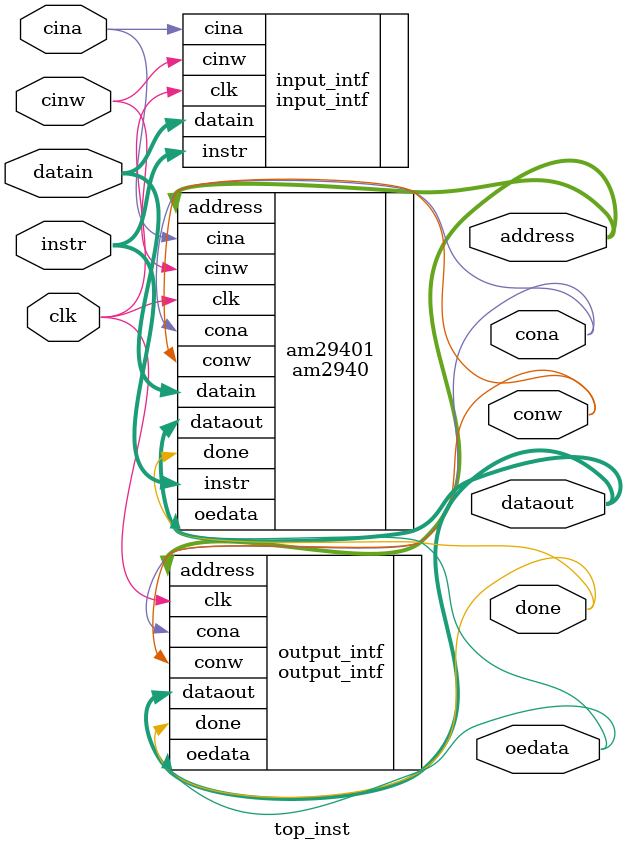
<source format=sv>
`include "am2940.v"

module top_inst(clk,instr,address,datain,dataout,oedata,cina,cona,cinw,conw,done);
  input clk;
  input [2:0] instr;
  output [7:0] address;
  input [7:0] datain;
  output [7:0] dataout;
  output oedata;
  input cina, cinw;
  output cona, conw;
  output done;

  am2940 am29401 (
      .clk    (clk),
      .instr  (instr),
      .address(address),
      .datain (datain),
      .dataout(dataout),
      .oedata (oedata),
      .cina   (cina),
      .cinw   (cinw),
      .cona   (cona),
      .conw   (conw),
      .done   (done)
  );
  
  input_intf input_intf (
      .clk(clk),
      .instr(instr),
      .datain(datain),
      .cinw(cinw),
    .cina(cina)
  );
  output_intf output_intf (
      .clk(clk),
      .address(address),
      .dataout(dataout),
      .oedata(oedata),
    .conw(conw),
      .cona(cona),
      .done(done)
  );
  
endmodule

</source>
